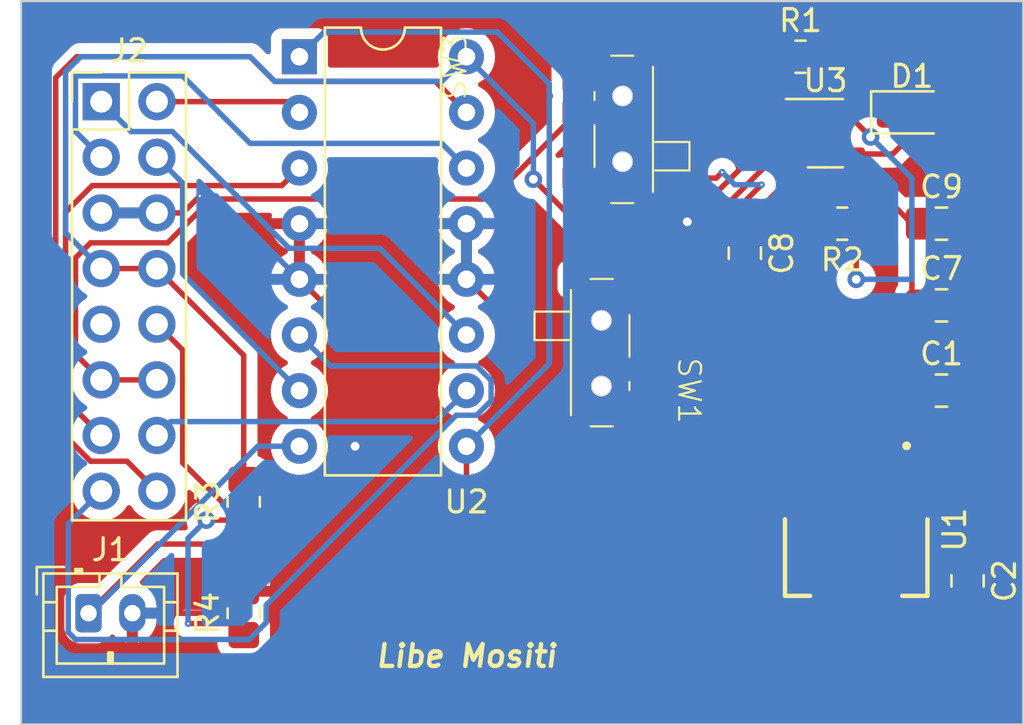
<source format=kicad_pcb>
(kicad_pcb (version 20221018) (generator pcbnew)
  (layers (0 "F.Cu" signal) (31 "B.Cu" signal) (34 "B.Paste" user) (35 "F.Paste" user) (36 "B.SilkS" user "B.Silkscreen") (37 "F.SilkS" user "F.Silkscreen") (38 "B.Mask" user) (39 "F.Mask" user) (44 "Edge.Cuts" user))
  (net 0 "")
  (net 1 "BATT Vin")
  (net 2 "GND")
  (net 3 "3V3")
  (net 4 "Net-(D1-A)")
  (net 5 "Net-(D1-K)")
  (net 6 "Motor2_A")
  (net 7 "PC6-9_PWM1")
  (net 8 "Motor2_B")
  (net 9 "PC6-9_PWM2")
  (net 10 "PD7")
  (net 11 "BATT Level")
  (net 12 "Vin")
  (net 13 "Motor1_A")
  (net 14 "PC6-9_PWM3")
  (net 15 "Motor1_B")
  (net 16 "PC6-9_PWM4")
  (net 18 "STAT")
  (net 19 "Net-(U3-PROG)")
  (footprint "Connector_PinHeader_2.54mm:PinHeader_2x08_P2.54mm_Vertical" (layer "F.Cu") (at 112.88 37.61)
    (fp_text reference "J2" (at 1.27 -2.33) (layer "F.SilkS"))
    (fp_text value "Conn_02x08_Odd_Even")
    (fp_line (start -1.33 -1.33) (end 0 -1.33) (stroke (width 0.12)) (layer "F.SilkS"))
    (fp_line (start -1.33 0) (end -1.33 -1.33) (stroke (width 0.12)) (layer "F.SilkS"))
    (fp_line (start -1.33 1.27) (end -1.33 19.11) (stroke (width 0.12)) (layer "F.SilkS"))
    (fp_line (start -1.33 1.27) (end 1.27 1.27) (stroke (width 0.12)) (layer "F.SilkS"))
    (fp_line (start -1.33 19.11) (end 3.87 19.11) (stroke (width 0.12)) (layer "F.SilkS"))
    (fp_line (start 1.27 -1.33) (end 3.87 -1.33) (stroke (width 0.12)) (layer "F.SilkS"))
    (fp_line (start 1.27 1.27) (end 1.27 -1.33) (stroke (width 0.12)) (layer "F.SilkS"))
    (fp_line (start 3.87 -1.33) (end 3.87 19.11) (stroke (width 0.12)) (layer "F.SilkS"))
    (pad "1" thru_hole rect (at 0 0) (size 1.7 1.7) (drill 1) (layers "*.Cu" "*.Mask") (net 6 "Motor2_A"))
    (pad "2" thru_hole oval (at 2.54 0) (size 1.7 1.7) (drill 1) (layers "*.Cu" "*.Mask") (net 7 "PC6-9_PWM1"))
    (pad "3" thru_hole oval (at 0 2.54) (size 1.7 1.7) (drill 1) (layers "*.Cu" "*.Mask") (net 8 "Motor2_B"))
    (pad "4" thru_hole oval (at 2.54 2.54) (size 1.7 1.7) (drill 1) (layers "*.Cu" "*.Mask") (net 9 "PC6-9_PWM2"))
    (pad "5" thru_hole oval (at 0 5.08) (size 1.7 1.7) (drill 1) (layers "*.Cu" "*.Mask") (net 2 "GND"))
    (pad "6" thru_hole oval (at 2.54 5.08) (size 1.7 1.7) (drill 1) (layers "*.Cu" "*.Mask") (net 2 "GND"))
    (pad "7" thru_hole oval (at 0 7.62) (size 1.7 1.7) (drill 1) (layers "*.Cu" "*.Mask") (net 1 "BATT Vin"))
    (pad "8" thru_hole oval (at 2.54 7.62) (size 1.7 1.7) (drill 1) (layers "*.Cu" "*.Mask") (net 1 "BATT Vin"))
    (pad "9" thru_hole oval (at 0 10.16) (size 1.7 1.7) (drill 1) (layers "*.Cu" "*.Mask") (net 10 "PD7"))
    (pad "10" thru_hole oval (at 2.54 10.16) (size 1.7 1.7) (drill 1) (layers "*.Cu" "*.Mask") (net 11 "BATT Level"))
    (pad "11" thru_hole oval (at 0 12.7) (size 1.7 1.7) (drill 1) (layers "*.Cu" "*.Mask") (net 12 "Vin"))
    (pad "12" thru_hole oval (at 2.54 12.7) (size 1.7 1.7) (drill 1) (layers "*.Cu" "*.Mask") (net 12 "Vin"))
    (pad "13" thru_hole oval (at 0 15.24) (size 1.7 1.7) (drill 1) (layers "*.Cu" "*.Mask") (net 13 "Motor1_A"))
    (pad "14" thru_hole oval (at 2.54 15.24) (size 1.7 1.7) (drill 1) (layers "*.Cu" "*.Mask") (net 14 "PC6-9_PWM3"))
    (pad "15" thru_hole oval (at 0 17.78) (size 1.7 1.7) (drill 1) (layers "*.Cu" "*.Mask") (net 15 "Motor1_B"))
    (pad "16" thru_hole oval (at 2.54 17.78) (size 1.7 1.7) (drill 1) (layers "*.Cu" "*.Mask") (net 16 "PC6-9_PWM4"))
  )
  (footprint "Resistor_SMD:R_0805_2012Metric_Pad1.20x1.40mm_HandSolder" (layer "F.Cu") (at 119.38 55.88 90)
    (fp_text reference "R3" (at 0 -1.65 90) (layer "F.SilkS"))
    (fp_text value "10K")
    (fp_line (start -0.227064 -0.735) (end 0.227064 -0.735) (stroke (width 0.12)) (layer "F.SilkS"))
    (fp_line (start -0.227064 0.735) (end 0.227064 0.735) (stroke (width 0.12)) (layer "F.SilkS"))
    (pad "1" smd roundrect (at -1 0 90) (size 1.2 1.4) (layers "F.Cu" "F.Paste" "F.Mask") (roundrect_rratio 0.2083333333) (net 11 "BATT Level"))
    (pad "2" smd roundrect (at 1 0 90) (size 1.2 1.4) (layers "F.Cu" "F.Paste" "F.Mask") (roundrect_rratio 0.2083333333) (net 1 "BATT Vin"))
  )
  (footprint "Resistor_SMD:R_0805_2012Metric_Pad1.20x1.40mm_HandSolder" (layer "F.Cu") (at 146.68 43.18 180)
    (fp_text reference "R2" (at 0 -1.65 180) (layer "F.SilkS"))
    (fp_text value "2K")
    (fp_line (start -0.227064 -0.735) (end 0.227064 -0.735) (stroke (width 0.12)) (layer "F.SilkS"))
    (fp_line (start -0.227064 0.735) (end 0.227064 0.735) (stroke (width 0.12)) (layer "F.SilkS"))
    (pad "1" smd roundrect (at -1 0 180) (size 1.2 1.4) (layers "F.Cu" "F.Paste" "F.Mask") (roundrect_rratio 0.2083333333) (net 19 "Net-(U3-PROG)"))
    (pad "2" smd roundrect (at 1 0 180) (size 1.2 1.4) (layers "F.Cu" "F.Paste" "F.Mask") (roundrect_rratio 0.2083333333) (net 2 "GND"))
  )
  (footprint "LED_SMD:LED_0805_2012Metric_Pad1.15x1.40mm_HandSolder" (layer "F.Cu") (at 149.86 38.1)
    (fp_text reference "D1" (at 0 -1.65) (layer "F.SilkS"))
    (fp_text value "LED")
    (fp_line (start -1.86 -0.96) (end -1.86 0.96) (stroke (width 0.12)) (layer "F.SilkS"))
    (fp_line (start -1.86 0.96) (end 1 0.96) (stroke (width 0.12)) (layer "F.SilkS"))
    (fp_line (start 1 -0.96) (end -1.86 -0.96) (stroke (width 0.12)) (layer "F.SilkS"))
    (pad "1" smd roundrect (at -1.025 0) (size 1.15 1.4) (layers "F.Cu" "F.Paste" "F.Mask") (roundrect_rratio 0.2173913043) (net 5 "Net-(D1-K)"))
    (pad "2" smd roundrect (at 1.025 0) (size 1.15 1.4) (layers "F.Cu" "F.Paste" "F.Mask") (roundrect_rratio 0.2173913043) (net 4 "Net-(D1-A)"))
  )
  (footprint "Resistor_SMD:R_0805_2012Metric_Pad1.20x1.40mm_HandSolder" (layer "F.Cu") (at 119.38 60.96 90)
    (fp_text reference "R4" (at 0 -1.65 90) (layer "F.SilkS"))
    (fp_text value "6.8K")
    (fp_line (start -0.227064 -0.735) (end 0.227064 -0.735) (stroke (width 0.12)) (layer "F.SilkS"))
    (fp_line (start -0.227064 0.735) (end 0.227064 0.735) (stroke (width 0.12)) (layer "F.SilkS"))
    (pad "1" smd roundrect (at -1 0 90) (size 1.2 1.4) (layers "F.Cu" "F.Paste" "F.Mask") (roundrect_rratio 0.2083333333) (net 11 "BATT Level"))
    (pad "2" smd roundrect (at 1 0 90) (size 1.2 1.4) (layers "F.Cu" "F.Paste" "F.Mask") (roundrect_rratio 0.2083333333) (net 2 "GND"))
  )
  (footprint "Capacitor_SMD:C_0805_2012Metric_Pad1.18x1.45mm_HandSolder" (layer "F.Cu") (at 151.21 50.8)
    (fp_text reference "C1" (at 0 -1.68) (layer "F.SilkS"))
    (fp_text value "10µF")
    (fp_line (start -0.261252 -0.735) (end 0.261252 -0.735) (stroke (width 0.12)) (layer "F.SilkS"))
    (fp_line (start -0.261252 0.735) (end 0.261252 0.735) (stroke (width 0.12)) (layer "F.SilkS"))
    (pad "1" smd roundrect (at -1.0375 0) (size 1.175 1.45) (layers "F.Cu" "F.Paste" "F.Mask") (roundrect_rratio 0.2127659574) (net 1 "BATT Vin"))
    (pad "2" smd roundrect (at 1.0375 0) (size 1.175 1.45) (layers "F.Cu" "F.Paste" "F.Mask") (roundrect_rratio 0.2127659574) (net 2 "GND"))
  )
  (footprint "SPDT:mySwitch" (layer "F.Cu") (at 129.54 36.02 90)
    (fp_text reference "SW3" (at 0 -0.5 90 unlocked) (layer "F.SilkS") (effects (font (thickness 0.1))))
    (fp_text value "SW_SPDT")
    (fp_line (start -6.223 7.62) (end -6.223 6.604) (stroke (width 0.1)) (layer "F.SilkS"))
    (fp_line (start -4.73 10.1725) (end -4.73 8.5725) (stroke (width 0.1)) (layer "F.SilkS"))
    (fp_line (start -4.73 10.1725) (end -3.43 10.1725) (stroke (width 0.1)) (layer "F.SilkS"))
    (fp_line (start -4.572 5.842) (end -2.667 5.842) (stroke (width 0.1)) (layer "F.SilkS"))
    (fp_line (start -3.43 10.1725) (end -3.43 8.509) (stroke (width 0.1)) (layer "F.SilkS"))
    (fp_line (start -1.524 5.842) (end -1.143 5.842) (stroke (width 0.1)) (layer "F.SilkS"))
    (fp_line (start 0 8.509) (end -5.715 8.509) (stroke (width 0.1)) (layer "F.SilkS"))
    (fp_line (start 0.508 6.604) (end 0.508 7.62) (stroke (width 0.1)) (layer "F.SilkS"))
    (fp_circle (center -4.33 7.122) (end -3.88 7.122) (stroke (width 0.05)) (fill none) (layer "Edge.Cuts"))
    (fp_circle (center -1.33 7.122) (end -0.88 7.122) (stroke (width 0.05)) (fill none) (layer "Edge.Cuts"))
    (pad "1" smd rect (at -5.08 5.08 90) (size 0.9 1.4) (layers "F.Cu" "F.Paste" "F.Mask") (net 4 "Net-(D1-A)"))
    (pad "2" smd rect (at -2.08 5.08 90) (size 0.9 1.4) (layers "F.Cu" "F.Paste" "F.Mask") (net 12 "Vin"))
    (pad "3" smd rect (at -0.58 5.08 90) (size 0.9 1.4) (layers "F.Cu" "F.Paste" "F.Mask"))
    (pad "4" smd rect (at -6.205 6.047 90) (size 0.75 0.85) (layers "F.Cu" "F.Paste" "F.Mask"))
    (pad "5" smd rect (at -6.205 8.197 90) (size 0.75 0.85) (layers "F.Cu" "F.Paste" "F.Mask"))
    (pad "6" smd rect (at 0.545 6.047 90) (size 0.75 0.85) (layers "F.Cu" "F.Paste" "F.Mask"))
    (pad "7" smd rect (at 0.545 8.172 90) (size 0.75 0.85) (layers "F.Cu" "F.Paste" "F.Mask"))
  )
  (footprint "Resistor_SMD:R_0805_2012Metric_Pad1.20x1.40mm_HandSolder" (layer "F.Cu") (at 144.78 35.56)
    (fp_text reference "R1" (at 0 -1.65) (layer "F.SilkS"))
    (fp_text value "0.47K")
    (fp_line (start -0.227064 -0.735) (end 0.227064 -0.735) (stroke (width 0.12)) (layer "F.SilkS"))
    (fp_line (start -0.227064 0.735) (end 0.227064 0.735) (stroke (width 0.12)) (layer "F.SilkS"))
    (pad "1" smd roundrect (at -1 0) (size 1.2 1.4) (layers "F.Cu" "F.Paste" "F.Mask") (roundrect_rratio 0.2083333333) (net 18 "STAT"))
    (pad "2" smd roundrect (at 1 0) (size 1.2 1.4) (layers "F.Cu" "F.Paste" "F.Mask") (roundrect_rratio 0.2083333333) (net 5 "Net-(D1-K)"))
  )
  (footprint "AZ1117IH-3.3TRG1:SOT230P700X185-4N" (layer "F.Cu") (at 147.32 58.42 -90)
    (fp_text reference "U1" (at -1.275 -4.485 90) (layer "F.SilkS"))
    (fp_text value "AZ1117IH-3.3TRG1")
    (fp_line (start -1.75 -3.25) (end 1.75 -3.25) (stroke (width 0.2)) (layer "F.SilkS"))
    (fp_line (start 1.75 -3.25) (end 1.75 -2.1) (stroke (width 0.2)) (layer "F.SilkS"))
    (fp_line (start 1.75 2.1) (end 1.75 3.25) (stroke (width 0.2)) (layer "F.SilkS"))
    (fp_line (start 1.75 3.25) (end -1.75 3.25) (stroke (width 0.2)) (layer "F.SilkS"))
    (fp_circle (center -5.1 -2.3) (end -5 -2.3) (stroke (width 0.2)) (fill none) (layer "F.SilkS"))
    (pad "1" smd rect (at -3.1 -2.3 270) (size 2.2 1.2) (layers "F.Cu" "F.Paste" "F.Mask") (net 2 "GND"))
    (pad "2" smd rect (at -3.1 0 270) (size 2.2 1.2) (layers "F.Cu" "F.Paste" "F.Mask") (net 3 "3V3"))
    (pad "3" smd rect (at -3.1 2.3 270) (size 2.2 1.2) (layers "F.Cu" "F.Paste" "F.Mask") (net 1 "BATT Vin"))
    (pad "4" smd rect (at 3.1 0 270) (size 2.2 3.5) (layers "F.Cu" "F.Paste" "F.Mask") (net 3 "3V3"))
  )
  (footprint "Connector_JST:JST_PH_B2B-PH-K_1x02_P2.00mm_Vertical" (layer "F.Cu") (at 112.3 60.96)
    (fp_text reference "J1" (at 1 -2.9) (layer "F.SilkS"))
    (fp_text value "Conn_01x02_Pin")
    (fp_line (start -2.36 -2.11) (end -2.36 -0.86) (stroke (width 0.12)) (layer "F.SilkS"))
    (fp_line (start -2.06 -1.81) (end -2.06 2.91) (stroke (width 0.12)) (layer "F.SilkS"))
    (fp_line (start -2.06 -0.5) (end -1.45 -0.5) (stroke (width 0.12)) (layer "F.SilkS"))
    (fp_line (start -2.06 0.8) (end -1.45 0.8) (stroke (width 0.12)) (layer "F.SilkS"))
    (fp_line (start -2.06 2.91) (end 4.06 2.91) (stroke (width 0.12)) (layer "F.SilkS"))
    (fp_line (start -1.45 -1.2) (end -1.45 2.3) (stroke (width 0.12)) (layer "F.SilkS"))
    (fp_line (start -1.45 2.3) (end 3.45 2.3) (stroke (width 0.12)) (layer "F.SilkS"))
    (fp_line (start -1.11 -2.11) (end -2.36 -2.11) (stroke (width 0.12)) (layer "F.SilkS"))
    (fp_line (start -0.6 -2.01) (end -0.6 -1.81) (stroke (width 0.12)) (layer "F.SilkS"))
    (fp_line (start -0.3 -2.01) (end -0.6 -2.01) (stroke (width 0.12)) (layer "F.SilkS"))
    (fp_line (start -0.3 -1.91) (end -0.6 -1.91) (stroke (width 0.12)) (layer "F.SilkS"))
    (fp_line (start -0.3 -1.81) (end -0.3 -2.01) (stroke (width 0.12)) (layer "F.SilkS"))
    (fp_line (start 0.5 -1.81) (end 0.5 -1.2) (stroke (width 0.12)) (layer "F.SilkS"))
    (fp_line (start 0.5 -1.2) (end -1.45 -1.2) (stroke (width 0.12)) (layer "F.SilkS"))
    (fp_line (start 0.9 1.8) (end 1.1 1.8) (stroke (width 0.12)) (layer "F.SilkS"))
    (fp_line (start 0.9 2.3) (end 0.9 1.8) (stroke (width 0.12)) (layer "F.SilkS"))
    (fp_line (start 1 2.3) (end 1 1.8) (stroke (width 0.12)) (layer "F.SilkS"))
    (fp_line (start 1.1 1.8) (end 1.1 2.3) (stroke (width 0.12)) (layer "F.SilkS"))
    (fp_line (start 1.5 -1.2) (end 1.5 -1.81) (stroke (width 0.12)) (layer "F.SilkS"))
    (fp_line (start 3.45 -1.2) (end 1.5 -1.2) (stroke (width 0.12)) (layer "F.SilkS"))
    (fp_line (start 3.45 2.3) (end 3.45 -1.2) (stroke (width 0.12)) (layer "F.SilkS"))
    (fp_line (start 4.06 -1.81) (end -2.06 -1.81) (stroke (width 0.12)) (layer "F.SilkS"))
    (fp_line (start 4.06 -0.5) (end 3.45 -0.5) (stroke (width 0.12)) (layer "F.SilkS"))
    (fp_line (start 4.06 0.8) (end 3.45 0.8) (stroke (width 0.12)) (layer "F.SilkS"))
    (fp_line (start 4.06 2.91) (end 4.06 -1.81) (stroke (width 0.12)) (layer "F.SilkS"))
    (pad "1" thru_hole roundrect (at 0 0) (size 1.2 1.75) (drill 0.75) (layers "*.Cu" "*.Mask") (roundrect_rratio 0.2083333333) (net 1 "BATT Vin"))
    (pad "2" thru_hole oval (at 2 0) (size 1.2 1.75) (drill 0.75) (layers "*.Cu" "*.Mask") (net 2 "GND"))
  )
  (footprint "Capacitor_SMD:C_0805_2012Metric_Pad1.18x1.45mm_HandSolder" (layer "F.Cu") (at 142.24 44.53 -90)
    (fp_text reference "C8" (at 0 -1.68 -90) (layer "F.SilkS"))
    (fp_text value "4.7µF")
    (fp_line (start -0.261252 -0.735) (end 0.261252 -0.735) (stroke (width 0.12)) (layer "F.SilkS"))
    (fp_line (start -0.261252 0.735) (end 0.261252 0.735) (stroke (width 0.12)) (layer "F.SilkS"))
    (pad "1" smd roundrect (at -1.0375 0 270) (size 1.175 1.45) (layers "F.Cu" "F.Paste" "F.Mask") (roundrect_rratio 0.2127659574) (net 4 "Net-(D1-A)"))
    (pad "2" smd roundrect (at 1.0375 0 270) (size 1.175 1.45) (layers "F.Cu" "F.Paste" "F.Mask") (roundrect_rratio 0.2127659574) (net 2 "GND"))
  )
  (footprint "Capacitor_SMD:C_0805_2012Metric_Pad1.18x1.45mm_HandSolder" (layer "F.Cu") (at 151.21 43.18)
    (fp_text reference "C9" (at 0 -1.68) (layer "F.SilkS"))
    (fp_text value "4.7µF")
    (fp_line (start -0.261252 -0.735) (end 0.261252 -0.735) (stroke (width 0.12)) (layer "F.SilkS"))
    (fp_line (start -0.261252 0.735) (end 0.261252 0.735) (stroke (width 0.12)) (layer "F.SilkS"))
    (pad "1" smd roundrect (at -1.0375 0) (size 1.175 1.45) (layers "F.Cu" "F.Paste" "F.Mask") (roundrect_rratio 0.2127659574) (net 1 "BATT Vin"))
    (pad "2" smd roundrect (at 1.0375 0) (size 1.175 1.45) (layers "F.Cu" "F.Paste" "F.Mask") (roundrect_rratio 0.2127659574) (net 2 "GND"))
  )
  (footprint "Capacitor_SMD:C_0805_2012Metric_Pad1.18x1.45mm_HandSolder" (layer "F.Cu") (at 151.21 46.91)
    (fp_text reference "C7" (at 0 -1.68) (layer "F.SilkS"))
    (fp_text value "4.7µF")
    (fp_line (start -0.261252 -0.735) (end 0.261252 -0.735) (stroke (width 0.12)) (layer "F.SilkS"))
    (fp_line (start -0.261252 0.735) (end 0.261252 0.735) (stroke (width 0.12)) (layer "F.SilkS"))
    (pad "1" smd roundrect (at -1.0375 0) (size 1.175 1.45) (layers "F.Cu" "F.Paste" "F.Mask") (roundrect_rratio 0.2127659574) (net 1 "BATT Vin"))
    (pad "2" smd roundrect (at 1.0375 0) (size 1.175 1.45) (layers "F.Cu" "F.Paste" "F.Mask") (roundrect_rratio 0.2127659574) (net 2 "GND"))
  )
  (footprint "SPDT:mySwitch" (layer "F.Cu") (at 142.817 51.925 -90)
    (fp_text reference "SW1" (at -1.125 3.117 -90 unlocked) (layer "F.SilkS") (effects (font (thickness 0.1))))
    (fp_text value "SW_SPDT")
    (fp_line (start -6.223 7.62) (end -6.223 6.604) (stroke (width 0.1)) (layer "F.SilkS"))
    (fp_line (start -4.73 10.1725) (end -4.73 8.5725) (stroke (width 0.1)) (layer "F.SilkS"))
    (fp_line (start -4.73 10.1725) (end -3.43 10.1725) (stroke (width 0.1)) (layer "F.SilkS"))
    (fp_line (start -4.572 5.842) (end -2.667 5.842) (stroke (width 0.1)) (layer "F.SilkS"))
    (fp_line (start -3.43 10.1725) (end -3.43 8.509) (stroke (width 0.1)) (layer "F.SilkS"))
    (fp_line (start -1.524 5.842) (end -1.143 5.842) (stroke (width 0.1)) (layer "F.SilkS"))
    (fp_line (start 0 8.509) (end -5.715 8.509) (stroke (width 0.1)) (layer "F.SilkS"))
    (fp_line (start 0.508 6.604) (end 0.508 7.62) (stroke (width 0.1)) (layer "F.SilkS"))
    (fp_circle (center -4.33 7.122) (end -3.88 7.122) (stroke (width 0.05)) (fill none) (layer "Edge.Cuts"))
    (fp_circle (center -1.33 7.122) (end -0.88 7.122) (stroke (width 0.05)) (fill none) (layer "Edge.Cuts"))
    (pad "1" smd rect (at -5.08 5.08 270) (size 0.9 1.4) (layers "F.Cu" "F.Paste" "F.Mask") (net 1 "BATT Vin"))
    (pad "2" smd rect (at -2.08 5.08 270) (size 0.9 1.4) (layers "F.Cu" "F.Paste" "F.Mask") (net 2 "GND"))
    (pad "3" smd rect (at -0.58 5.08 270) (size 0.9 1.4) (layers "F.Cu" "F.Paste" "F.Mask"))
    (pad "4" smd rect (at -6.205 6.047 270) (size 0.75 0.85) (layers "F.Cu" "F.Paste" "F.Mask"))
    (pad "5" smd rect (at -6.205 8.197 270) (size 0.75 0.85) (layers "F.Cu" "F.Paste" "F.Mask"))
    (pad "6" smd rect (at 0.545 6.047 270) (size 0.75 0.85) (layers "F.Cu" "F.Paste" "F.Mask"))
    (pad "7" smd rect (at 0.545 8.172 270) (size 0.75 0.85) (layers "F.Cu" "F.Paste" "F.Mask"))
  )
  (footprint "Capacitor_SMD:C_0805_2012Metric_Pad1.18x1.45mm_HandSolder" (layer "F.Cu") (at 152.4 59.485 -90)
    (fp_text reference "C2" (at 0 -1.68 -90) (layer "F.SilkS"))
    (fp_text value "22µF")
    (fp_line (start -0.261252 -0.735) (end 0.261252 -0.735) (stroke (width 0.12)) (layer "F.SilkS"))
    (fp_line (start -0.261252 0.735) (end 0.261252 0.735) (stroke (width 0.12)) (layer "F.SilkS"))
    (pad "1" smd roundrect (at -1.0375 0 270) (size 1.175 1.45) (layers "F.Cu" "F.Paste" "F.Mask") (roundrect_rratio 0.2127659574) (net 2 "GND"))
    (pad "2" smd roundrect (at 1.0375 0 270) (size 1.175 1.45) (layers "F.Cu" "F.Paste" "F.Mask") (roundrect_rratio 0.2127659574) (net 3 "3V3"))
  )
  (footprint "Package_TO_SOT_SMD:SOT-23-5" (layer "F.Cu") (at 145.9175 39.05)
    (fp_text reference "U3" (at 0 -2.4) (layer "F.SilkS"))
    (fp_text value "MCP73831-2-OT")
    (fp_line (start 0 -1.56) (end -1.8 -1.56) (stroke (width 0.12)) (layer "F.SilkS"))
    (fp_line (start 0 -1.56) (end 0.8 -1.56) (stroke (width 0.12)) (layer "F.SilkS"))
    (fp_line (start 0 1.56) (end -0.8 1.56) (stroke (width 0.12)) (layer "F.SilkS"))
    (fp_line (start 0 1.56) (end 0.8 1.56) (stroke (width 0.12)) (layer "F.SilkS"))
    (pad "1" smd roundrect (at -1.1375 -0.95) (size 1.325 0.6) (layers "F.Cu" "F.Paste" "F.Mask") (net 18 "STAT"))
    (pad "2" smd roundrect (at -1.1375 0) (size 1.325 0.6) (layers "F.Cu" "F.Paste" "F.Mask") (net 2 "GND"))
    (pad "3" smd roundrect (at -1.1375 0.95) (size 1.325 0.6) (layers "F.Cu" "F.Paste" "F.Mask") (net 1 "BATT Vin"))
    (pad "4" smd roundrect (at 1.1375 0.95) (size 1.325 0.6) (layers "F.Cu" "F.Paste" "F.Mask") (net 4 "Net-(D1-A)"))
    (pad "5" smd roundrect (at 1.1375 -0.95) (size 1.325 0.6) (layers "F.Cu" "F.Paste" "F.Mask") (net 19 "Net-(U3-PROG)"))
  )
  (footprint "Package_DIP:DIP-16_W7.62mm" (layer "F.Cu") (at 121.92 35.56)
    (fp_text reference "U2" (at 7.62 20.32) (layer "F.SilkS"))
    (fp_text value "L293D")
    (fp_line (start 1.16 -1.33) (end 1.16 19.11) (stroke (width 0.12)) (layer "F.SilkS"))
    (fp_line (start 1.16 19.11) (end 6.46 19.11) (stroke (width 0.12)) (layer "F.SilkS"))
    (fp_line (start 2.81 -1.33) (end 1.16 -1.33) (stroke (width 0.12)) (layer "F.SilkS"))
    (fp_line (start 6.46 -1.33) (end 4.81 -1.33) (stroke (width 0.12)) (layer "F.SilkS"))
    (fp_line (start 6.46 19.11) (end 6.46 -1.33) (stroke (width 0.12)) (layer "F.SilkS"))
    (fp_arc (start 4.81 -1.33) (mid 3.81 -0.33) (end 2.81 -1.33) (stroke (width 0.12)) (layer "F.SilkS"))
    (pad "1" thru_hole rect (at 0 0) (size 1.6 1.6) (drill 0.8) (layers "*.Cu" "*.Mask") (net 3 "3V3"))
    (pad "2" thru_hole oval (at 0 2.54) (size 1.6 1.6) (drill 0.8) (layers "*.Cu" "*.Mask") (net 7 "PC6-9_PWM1"))
    (pad "3" thru_hole oval (at 0 5.08) (size 1.6 1.6) (drill 0.8) (layers "*.Cu" "*.Mask") (net 13 "Motor1_A"))
    (pad "4" thru_hole oval (at 0 7.62) (size 1.6 1.6) (drill 0.8) (layers "*.Cu" "*.Mask") (net 2 "GND"))
    (pad "5" thru_hole oval (at 0 10.16) (size 1.6 1.6) (drill 0.8) (layers "*.Cu" "*.Mask") (net 2 "GND"))
    (pad "6" thru_hole oval (at 0 12.7) (size 1.6 1.6) (drill 0.8) (layers "*.Cu" "*.Mask") (net 15 "Motor1_B"))
    (pad "7" thru_hole oval (at 0 15.24) (size 1.6 1.6) (drill 0.8) (layers "*.Cu" "*.Mask") (net 9 "PC6-9_PWM2"))
    (pad "8" thru_hole oval (at 0 17.78) (size 1.6 1.6) (drill 0.8) (layers "*.Cu" "*.Mask") (net 1 "BATT Vin"))
    (pad "9" thru_hole oval (at 7.62 17.78) (size 1.6 1.6) (drill 0.8) (layers "*.Cu" "*.Mask") (net 3 "3V3"))
    (pad "10" thru_hole oval (at 7.62 15.24) (size 1.6 1.6) (drill 0.8) (layers "*.Cu" "*.Mask") (net 14 "PC6-9_PWM3"))
    (pad "11" thru_hole oval (at 7.62 12.7) (size 1.6 1.6) (drill 0.8) (layers "*.Cu" "*.Mask") (net 6 "Motor2_A"))
    (pad "12" thru_hole oval (at 7.62 10.16) (size 1.6 1.6) (drill 0.8) (layers "*.Cu" "*.Mask") (net 2 "GND"))
    (pad "13" thru_hole oval (at 7.62 7.62) (size 1.6 1.6) (drill 0.8) (layers "*.Cu" "*.Mask") (net 2 "GND"))
    (pad "14" thru_hole oval (at 7.62 5.08) (size 1.6 1.6) (drill 0.8) (layers "*.Cu" "*.Mask") (net 8 "Motor2_B"))
    (pad "15" thru_hole oval (at 7.62 2.54) (size 1.6 1.6) (drill 0.8) (layers "*.Cu" "*.Mask") (net 16 "PC6-9_PWM4"))
    (pad "16" thru_hole oval (at 7.62 0) (size 1.6 1.6) (drill 0.8) (layers "*.Cu" "*.Mask") (net 1 "BATT Vin"))
  )
  (gr_rect (start 109.22 33.02) (end 154.94 66.04) (stroke (width 0.1)) (fill none) (layer "Edge.Cuts"))
  (gr_text "Libe Mositi" (at 129.54 63.5) (layer "F.SilkS") (effects (font (size 1 1) (thickness 0.2) bold italic) (justify bottom)))
  (segment (start 137.737 45.237) (end 137.52 45.02) (width 0.25) (layer "F.Cu") (net 1))
  (segment (start 149.54 50.8) (end 149.86 50.8) (width 0.25) (layer "F.Cu") (net 1))
  (segment (start 112.88 45.23) (end 115.42 45.23) (width 0.25) (layer "F.Cu") (net 1))
  (segment (start 145.02 55.32) (end 149.54 50.8) (width 0.25) (layer "F.Cu") (net 1))
  (segment (start 119.38 49.19) (end 115.42 45.23) (width 0.25) (layer "F.Cu") (net 1))
  (segment (start 143.731827 40) (end 144.78 40) (width 0.25) (layer "F.Cu") (net 1))
  (segment (start 149.86 50.8) (end 149.86 43.18) (width 0.25) (layer "F.Cu") (net 1))
  (segment (start 137.737 46.845) (end 137.737 45.237) (width 0.25) (layer "F.Cu") (net 1))
  (segment (start 137.737 46.845) (end 137.737 45.994827) (width 0.25) (layer "F.Cu") (net 1))
  (segment (start 140.177 44.405) (end 137.737 46.845) (width 0.25) (layer "F.Cu") (net 1))
  (segment (start 143.353173 44.405) (end 140.177 44.405) (width 0.25) (layer "F.Cu") (net 1))
  (segment (start 137.52 45.02) (end 136.46 45.02) (width 0.25) (layer "F.Cu") (net 1))
  (segment (start 149.86 43.18) (end 148.835 42.155) (width 0.25) (layer "F.Cu") (net 1))
  (segment (start 115.455 57.805) (end 120.068173 57.805) (width 0.25) (layer "F.Cu") (net 1))
  (segment (start 112.3 60.96) (end 115.455 57.805) (width 0.25) (layer "F.Cu") (net 1))
  (segment (start 136.46 45.02) (end 132.5923 41.1523) (width 0.25) (layer "F.Cu") (net 1))
  (segment (start 119.38 54.88) (end 119.38 49.19) (width 0.25) (layer "F.Cu") (net 1))
  (segment (start 120.405 57.468173) (end 120.405 55.905) (width 0.25) (layer "F.Cu") (net 1))
  (segment (start 143.755 42.755431) (end 143.755 44.003173) (width 0.25) (layer "F.Cu") (net 1))
  (segment (start 137.737 45.994827) (end 143.731827 40) (width 0.25) (layer "F.Cu") (net 1))
  (segment (start 143.755 44.003173) (end 143.353173 44.405) (width 0.25) (layer "F.Cu") (net 1))
  (segment (start 144.355431 42.155) (end 143.755 42.755431) (width 0.25) (layer "F.Cu") (net 1))
  (segment (start 120.068173 57.805) (end 120.405 57.468173) (width 0.25) (layer "F.Cu") (net 1))
  (segment (start 120.405 55.905) (end 119.38 54.88) (width 0.25) (layer "F.Cu") (net 1))
  (segment (start 148.835 42.155) (end 144.355431 42.155) (width 0.25) (layer "F.Cu") (net 1))
  (via (at 132.5923 41.1523) (size 0.8) (drill 0.4) (layers "F.Cu" "B.Cu") (net 1))
  (segment (start 132.5923 38.6123) (end 129.54 35.56) (width 0.25) (layer "B.Cu") (net 1))
  (segment (start 132.5923 41.1523) (end 132.5923 38.6123) (width 0.25) (layer "B.Cu") (net 1))
  (segment (start 119.67 35.56) (end 111.943604 35.56) (width 0.25) (layer "B.Cu") (net 1))
  (segment (start 111.255 36.248604) (end 111.255 43.605) (width 0.25) (layer "B.Cu") (net 1))
  (segment (start 129.54 35.56) (end 128.415 36.685) (width 0.25) (layer "B.Cu") (net 1))
  (segment (start 112.3 60.96) (end 112.4 60.96) (width 0.25) (layer "B.Cu") (net 1))
  (segment (start 111.943604 35.56) (end 111.255 36.248604) (width 0.25) (layer "B.Cu") (net 1))
  (segment (start 111.255 43.605) (end 112.88 45.23) (width 0.25) (layer "B.Cu") (net 1))
  (segment (start 120.02 53.34) (end 121.92 53.34) (width 0.25) (layer "B.Cu") (net 1))
  (segment (start 112.4 60.96) (end 120.02 53.34) (width 0.25) (layer "B.Cu") (net 1))
  (segment (start 120.795 36.685) (end 119.67 35.56) (width 0.25) (layer "B.Cu") (net 1))
  (segment (start 128.415 36.685) (end 120.795 36.685) (width 0.25) (layer "B.Cu") (net 1))
  (segment (start 143.657228 39.05) (end 139.613614 43.093614) (width 0.25) (layer "F.Cu") (net 2))
  (segment (start 152.56 50.8) (end 152.56 48.26) (width 0.25) (layer "F.Cu") (net 2))
  (segment (start 124.46 48.26) (end 121.92 45.72) (width 0.25) (layer "F.Cu") (net 2))
  (segment (start 152.56 48.26) (end 152.56 46.91) (width 0.25) (layer "F.Cu") (net 2))
  (segment (start 117.48 60.96) (end 114.3 60.96) (width 0.25) (layer "F.Cu") (net 2))
  (segment (start 118.38 60.96) (end 114.3 60.96) (width 0.25) (layer "F.Cu") (net 2))
  (segment (start 129.54 45.72) (end 129.54 43.18) (width 0.25) (layer "F.Cu") (net 2))
  (segment (start 119.38 59.96) (end 118.38 60.96) (width 0.25) (layer "F.Cu") (net 2))
  (segment (start 137.737 49.845) (end 133.665 49.845) (width 0.25) (layer "F.Cu") (net 2))
  (segment (start 124.46 53.34) (end 124.46 48.26) (width 0.25) (layer "F.Cu") (net 2))
  (segment (start 112.88 42.69) (end 115.42 42.69) (width 0.25) (layer "F.Cu") (net 2))
  (segment (start 121.92 43.18) (end 129.54 43.18) (width 0.25) (layer "F.Cu") (net 2))
  (segment (start 133.665 49.845) (end 129.54 45.72) (width 0.25) (layer "F.Cu") (net 2))
  (segment (start 152.56 48.26) (end 152.56 43.34) (width 0.25) (layer "F.Cu") (net 2))
  (segment (start 149.62 55.32) (end 152.31 58.01) (width 0.25) (layer "F.Cu") (net 2))
  (segment (start 152.31 58.01) (end 152.4 58.01) (width 0.25) (layer "F.Cu") (net 2))
  (segment (start 149.62 53.74) (end 152.56 50.8) (width 0.25) (layer "F.Cu") (net 2))
  (segment (start 145.68 43.18) (end 143.2925 45.5675) (width 0.25) (layer "F.Cu") (net 2))
  (segment (start 119.38 59.06) (end 117.48 60.96) (width 0.25) (layer "F.Cu") (net 2))
  (segment (start 115.42 42.69) (end 116.600656 42.69) (width 0.25) (layer "F.Cu") (net 2))
  (segment (start 143.2925 45.5675) (end 142.24 45.5675) (width 0.25) (layer "F.Cu") (net 2))
  (segment (start 121.92 43.18) (end 121.92 45.72) (width 0.25) (layer "F.Cu") (net 2))
  (segment (start 144.78 39.05) (end 143.657228 39.05) (width 0.25) (layer "F.Cu") (net 2))
  (segment (start 137.737 49.845) (end 138.275 49.845) (width 0.25) (layer "F.Cu") (net 2))
  (segment (start 138.275 49.845) (end 142.24 45.88) (width 0.25) (layer "F.Cu") (net 2))
  (segment (start 116.600656 42.69) (end 117.376157 41.914499) (width 0.25) (layer "F.Cu") (net 2))
  (segment (start 149.62 55.32) (end 149.62 53.74) (width 0.25) (layer "F.Cu") (net 2))
  (segment (start 152.56 43.34) (end 152.4 43.18) (width 0.25) (layer "F.Cu") (net 2))
  (via (at 124.46 53.34) (size 0.8) (drill 0.4) (layers "F.Cu" "B.Cu") (net 2))
  (via micro (at 117.376157 41.914499) (size 0.3) (drill 0.1) (layers "F.Cu" "B.Cu") (net 2))
  (via (at 139.613614 43.093614) (size 0.8) (drill 0.4) (layers "F.Cu" "B.Cu") (net 2))
  (segment (start 120.795 57.005) (end 124.46 53.34) (width 0.25) (layer "B.Cu") (net 2))
  (segment (start 119.38 59.06) (end 120.795 57.645) (width 0.25) (layer "B.Cu") (net 2))
  (segment (start 117.376157 41.914499) (end 118.114499 41.914499) (width 0.25) (layer "B.Cu") (net 2))
  (segment (start 120.795 57.645) (end 120.795 57.005) (width 0.25) (layer "B.Cu") (net 2))
  (segment (start 118.114499 41.914499) (end 121.92 45.72) (width 0.25) (layer "B.Cu") (net 2))
  (segment (start 139.613614 43.093614) (end 142.24 45.72) (width 0.25) (layer "B.Cu") (net 2))
  (segment (start 135.18 61.52) (end 147.32 61.52) (width 0.25) (layer "F.Cu") (net 3))
  (segment (start 129.54 55.88) (end 135.18 61.52) (width 0.25) (layer "F.Cu") (net 3))
  (segment (start 147.32 61.52) (end 151.84 61.52) (width 0.25) (layer "F.Cu") (net 3))
  (segment (start 129.54 53.34) (end 129.54 55.88) (width 0.25) (layer "F.Cu") (net 3))
  (segment (start 147.32 61.52) (end 147.32 55.32) (width 0.25) (layer "F.Cu") (net 3))
  (segment (start 151.84 61.52) (end 152.4 60.96) (width 0.25) (layer "F.Cu") (net 3))
  (segment (start 129.54 53.34) (end 133.3173 49.5627) (width 0.25) (layer "B.Cu") (net 3))
  (segment (start 133.3173 49.5627) (end 133.3173 36.7973) (width 0.25) (layer "B.Cu") (net 3))
  (segment (start 133.3173 36.7973) (end 130.955 34.435) (width 0.25) (layer "B.Cu") (net 3))
  (segment (start 130.955 34.435) (end 123.045 34.435) (width 0.25) (layer "B.Cu") (net 3))
  (segment (start 123.045 34.435) (end 121.92 35.56) (width 0.25) (layer "B.Cu") (net 3))
  (segment (start 142.24 42.162873) (end 143.001437 41.401436) (width 0.25) (layer "F.Cu") (net 4))
  (segment (start 140.936182 41.1) (end 141.207752 40.82843) (width 0.25) (layer "F.Cu") (net 4))
  (segment (start 146.43 40.625) (end 147.055 40) (width 0.25) (layer "F.Cu") (net 4))
  (segment (start 142.24 43.4925) (end 142.24 42.162873) (width 0.25) (layer "F.Cu") (net 4))
  (segment (start 144.795 40.625) (end 146.43 40.625) (width 0.25) (layer "F.Cu") (net 4))
  (segment (start 150.885 38.1) (end 148.985 40) (width 0.25) (layer "F.Cu") (net 4))
  (segment (start 144.795 40.625) (end 142.24 43.18) (width 0.25) (layer "F.Cu") (net 4))
  (segment (start 142.24 43.18) (end 142.24 43.4925) (width 0.25) (layer "F.Cu") (net 4))
  (segment (start 148.985 40) (end 147.055 40) (width 0.25) (layer "F.Cu") (net 4))
  (segment (start 134.62 41.1) (end 140.936182 41.1) (width 0.25) (layer "F.Cu") (net 4))
  (via micro (at 141.207752 40.82843) (size 0.3) (drill 0.1) (layers "F.Cu" "B.Cu") (net 4))
  (via micro (at 143.001437 41.401436) (size 0.3) (drill 0.1) (layers "F.Cu" "B.Cu") (net 4))
  (segment (start 143.001437 41.401436) (end 141.780758 41.401436) (width 0.25) (layer "B.Cu") (net 4))
  (segment (start 141.780758 41.401436) (end 141.207752 40.82843) (width 0.25) (layer "B.Cu") (net 4))
  (segment (start 148.835 38.1) (end 146.295 35.56) (width 0.25) (layer "F.Cu") (net 5))
  (segment (start 146.295 35.56) (end 145.78 35.56) (width 0.25) (layer "F.Cu") (net 5))
  (segment (start 116.12401 38.975) (end 121.454009 44.304999) (width 0.25) (layer "B.Cu") (net 6))
  (segment (start 114.245 38.975) (end 116.12401 38.975) (width 0.25) (layer "B.Cu") (net 6))
  (segment (start 125.584999 44.304999) (end 129.54 48.26) (width 0.25) (layer "B.Cu") (net 6))
  (segment (start 112.88 37.61) (end 114.245 38.975) (width 0.25) (layer "B.Cu") (net 6))
  (segment (start 121.454009 44.304999) (end 125.584999 44.304999) (width 0.25) (layer "B.Cu") (net 6))
  (segment (start 115.42 37.61) (end 121.43 37.61) (width 0.25) (layer "F.Cu") (net 7))
  (segment (start 121.43 37.61) (end 121.92 38.1) (width 0.25) (layer "F.Cu") (net 7))
  (segment (start 128.415 39.515) (end 129.54 40.64) (width 0.25) (layer "B.Cu") (net 8))
  (segment (start 111.705 38.975) (end 111.705 36.435) (width 0.25) (layer "B.Cu") (net 8))
  (segment (start 119.67 39.515) (end 128.415 39.515) (width 0.25) (layer "B.Cu") (net 8))
  (segment (start 111.705 36.435) (end 116.59 36.435) (width 0.25) (layer "B.Cu") (net 8))
  (segment (start 112.88 40.15) (end 111.705 38.975) (width 0.25) (layer "B.Cu") (net 8))
  (segment (start 116.59 36.435) (end 119.67 39.515) (width 0.25) (layer "B.Cu") (net 8))
  (segment (start 115.42 40.15) (end 116.595 41.325) (width 0.25) (layer "B.Cu") (net 9))
  (segment (start 116.595 41.325) (end 116.595 45.475) (width 0.25) (layer "B.Cu") (net 9))
  (segment (start 116.595 45.475) (end 121.92 50.8) (width 0.25) (layer "B.Cu") (net 9))
  (segment (start 116.595 48.945) (end 116.595 54.095) (width 0.25) (layer "F.Cu") (net 11))
  (segment (start 116.595 54.095) (end 119.38 56.88) (width 0.25) (layer "F.Cu") (net 11))
  (segment (start 119.2123 56.7123) (end 119.38 56.88) (width 0.25) (layer "F.Cu") (net 11))
  (segment (start 117.6723 56.7123) (end 119.2123 56.7123) (width 0.25) (layer "F.Cu") (net 11))
  (segment (start 118.8545 61.4345) (end 116.84 61.4345) (width 0.25) (layer "F.Cu") (net 11))
  (segment (start 119.38 61.96) (end 118.8545 61.4345) (width 0.25) (layer "F.Cu") (net 11))
  (segment (start 115.42 47.77) (end 116.595 48.945) (width 0.25) (layer "F.Cu") (net 11))
  (via micro (at 116.84 61.4345) (size 0.3) (drill 0.1) (layers "F.Cu" "B.Cu") (net 11))
  (via blind (at 117.6723 56.7123) (size 0.8) (drill 0.4) (layers "F.Cu" "B.Cu") (net 11))
  (segment (start 116.84 57.5446) (end 117.6723 56.7123) (width 0.25) (layer "B.Cu") (net 11))
  (segment (start 116.84 61.4345) (end 116.84 57.5446) (width 0.25) (layer "B.Cu") (net 11))
  (segment (start 117.906701 42.055) (end 115.906701 44.055) (width 0.25) (layer "F.Cu") (net 12))
  (segment (start 112.393299 44.055) (end 111.705 44.743299) (width 0.25) (layer "F.Cu") (net 12))
  (segment (start 115.906701 44.055) (end 112.393299 44.055) (width 0.25) (layer "F.Cu") (net 12))
  (segment (start 130.665 42.055) (end 117.906701 42.055) (width 0.25) (layer "F.Cu") (net 12))
  (segment (start 134.62 38.1) (end 130.665 42.055) (width 0.25) (layer "F.Cu") (net 12))
  (segment (start 112.88 50.31) (end 115.42 50.31) (width 0.25) (layer "F.Cu") (net 12))
  (segment (start 111.705 44.743299) (end 111.705 49.135) (width 0.25) (layer "F.Cu") (net 12))
  (segment (start 111.705 49.135) (end 112.88 50.31) (width 0.25) (layer "F.Cu") (net 12))
  (segment (start 111.255 42.653299) (end 111.255 51.225) (width 0.25) (layer "F.Cu") (net 13))
  (segment (start 112.4683 41.439999) (end 111.255 42.653299) (width 0.25) (layer "F.Cu") (net 13))
  (segment (start 121.92 40.64) (end 121.120001 41.439999) (width 0.25) (layer "F.Cu") (net 13))
  (segment (start 121.120001 41.439999) (end 112.4683 41.439999) (width 0.25) (layer "F.Cu") (net 13))
  (segment (start 111.255 51.225) (end 112.88 52.85) (width 0.25) (layer "F.Cu") (net 13))
  (segment (start 116.055 52.215) (end 115.42 52.85) (width 0.25) (layer "B.Cu") (net 14))
  (segment (start 129.54 50.8) (end 128.125 52.215) (width 0.25) (layer "B.Cu") (net 14))
  (segment (start 128.125 52.215) (end 116.055 52.215) (width 0.25) (layer "B.Cu") (net 14))
  (segment (start 130.665 51.265991) (end 130.005991 51.925) (width 0.25) (layer "B.Cu") (net 15))
  (segment (start 111.711827 62.16) (end 111.375 61.823173) (width 0.25) (layer "B.Cu") (net 15))
  (segment (start 121.92 48.26) (end 123.335 49.675) (width 0.25) (layer "B.Cu") (net 15))
  (segment (start 129.074009 51.925) (end 120.405 60.594009) (width 0.25) (layer "B.Cu") (net 15))
  (segment (start 130.665 50.334009) (end 130.665 51.265991) (width 0.25) (layer "B.Cu") (net 15))
  (segment (start 130.005991 49.675) (end 130.665 50.334009) (width 0.25) (layer "B.Cu") (net 15))
  (segment (start 120.405 60.594009) (end 120.405 61.384569) (width 0.25) (layer "B.Cu") (net 15))
  (segment (start 123.335 49.675) (end 130.005991 49.675) (width 0.25) (layer "B.Cu") (net 15))
  (segment (start 111.375 61.823173) (end 111.375 56.895) (width 0.25) (layer "B.Cu") (net 15))
  (segment (start 120.405 61.384569) (end 119.629569 62.16) (width 0.25) (layer "B.Cu") (net 15))
  (segment (start 119.629569 62.16) (end 111.711827 62.16) (width 0.25) (layer "B.Cu") (net 15))
  (segment (start 111.375 56.895) (end 112.88 55.39) (width 0.25) (layer "B.Cu") (net 15))
  (segment (start 130.005991 51.925) (end 129.074009 51.925) (width 0.25) (layer "B.Cu") (net 15))
  (segment (start 110.805 52.436701) (end 110.805 36.515) (width 0.25) (layer "F.Cu") (net 16))
  (segment (start 128.125 36.685) (end 129.54 38.1) (width 0.25) (layer "F.Cu") (net 16))
  (segment (start 115.42 55.39) (end 114.055 54.025) (width 0.25) (layer "F.Cu") (net 16))
  (segment (start 114.055 54.025) (end 112.393299 54.025) (width 0.25) (layer "F.Cu") (net 16))
  (segment (start 119.67 35.56) (end 120.795 36.685) (width 0.25) (layer "F.Cu") (net 16))
  (segment (start 111.76 35.56) (end 119.67 35.56) (width 0.25) (layer "F.Cu") (net 16))
  (segment (start 120.795 36.685) (end 128.125 36.685) (width 0.25) (layer "F.Cu") (net 16))
  (segment (start 110.805 36.515) (end 111.76 35.56) (width 0.25) (layer "F.Cu") (net 16))
  (segment (start 112.393299 54.025) (end 110.805 52.436701) (width 0.25) (layer "F.Cu") (net 16))
  (segment (start 144.78 38.1) (end 144.78 36.56) (width 0.25) (layer "F.Cu") (net 18))
  (segment (start 144.78 36.56) (end 143.78 35.56) (width 0.25) (layer "F.Cu") (net 18))
  (segment (start 147.68 43.18) (end 147.68 42.9895) (width 0.25) (layer "F.Cu") (net 19))
  (segment (start 147.055 38.1) (end 147.055 38.301071) (width 0.25) (layer "F.Cu") (net 19))
  (segment (start 147.055 38.301071) (end 147.974679 39.22075) (width 0.25) (layer "F.Cu") (net 19))
  (segment (start 147.32 43.54) (end 147.68 43.18) (width 0.25) (layer "F.Cu") (net 19))
  (segment (start 147.32 45.72) (end 147.32 43.54) (width 0.25) (layer "F.Cu") (net 19))
  (via blind (at 147.32 45.72) (size 0.8) (drill 0.4) (layers "F.Cu" "B.Cu") (net 19))
  (via blind (at 147.974679 39.22075) (size 0.8) (drill 0.4) (layers "F.Cu" "B.Cu") (net 19))
  (segment (start 147.974679 39.22075) (end 149.86 41.106071) (width 0.25) (layer "B.Cu") (net 19))
  (segment (start 149.86 41.106071) (end 149.86 45.72) (width 0.25) (layer "B.Cu") (net 19))
  (segment (start 149.86 45.72) (end 147.32 45.72) (width 0.25) (layer "B.Cu") (net 19))
  (zone (net 2) (net_name "GND") (layers "F&B.Cu") (connect_pads (clearance 0.5)) (min_thickness 0.25) (fill yes (thermal_gap 0.5) (thermal_bridge_width 0.5))
    (polygon (pts (xy 109.22 33.02) (xy 154.94 33.02) (xy 154.94 66.04) (xy 109.22 66.04)))
  )
)
</source>
